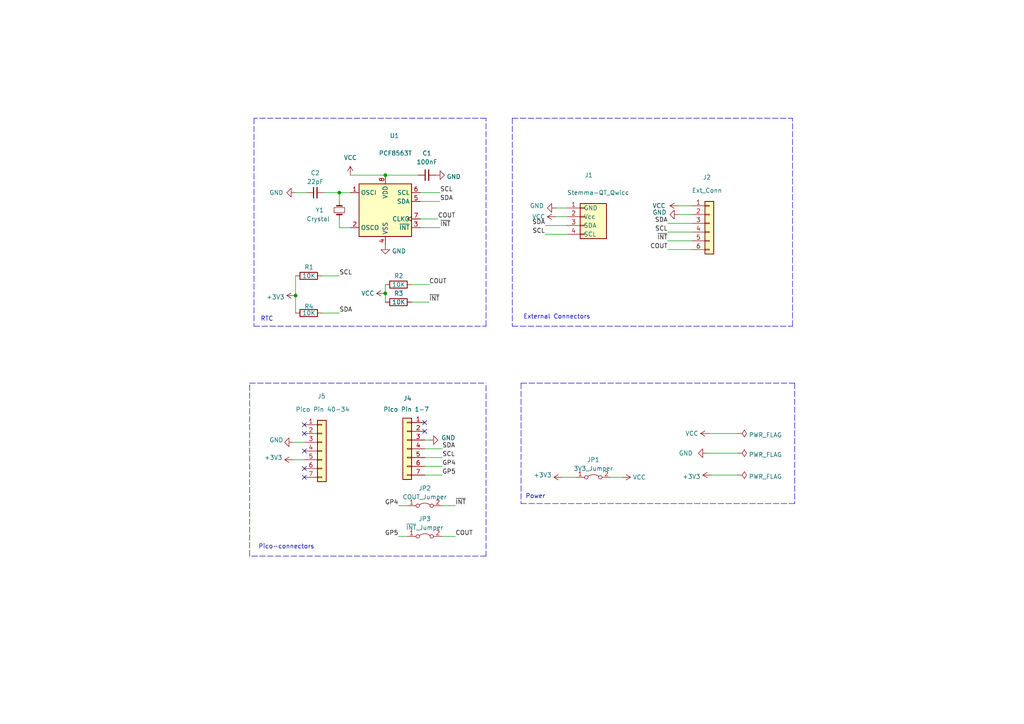
<source format=kicad_sch>
(kicad_sch (version 20211123) (generator eeschema)
  (paper "A4")
  (title_block (title "pico-pcf8563") (date "2023-03-08") (rev "4") (company "Bernhard Bablok") (comment 1 "https://github.com/bablokb/pcb-pico-pcf8563"))
  (lib_symbols
    (symbol "Connector_Generic:Conn_01x06" (pin_names (offset 1.016) hide)
      (property "Reference" "J" (at 0 7.62 0))
      (property "Value" "Conn_01x06" (at 0 -10.16 0))
      (symbol "Conn_01x06_1_1"
        (rectangle (start -1.27 -7.493) (end 0 -7.747) (stroke (width 0.1524)))
        (rectangle (start -1.27 -4.953) (end 0 -5.207) (stroke (width 0.1524)))
        (rectangle (start -1.27 -2.413) (end 0 -2.667) (stroke (width 0.1524)))
        (rectangle (start -1.27 0.127) (end 0 -0.127) (stroke (width 0.1524)))
        (rectangle (start -1.27 2.667) (end 0 2.413) (stroke (width 0.1524)))
        (rectangle (start -1.27 5.207) (end 0 4.953) (stroke (width 0.1524)))
        (rectangle (start -1.27 6.35) (end 1.27 -8.89) (stroke (width 0.254)) (fill (type background)))
        (pin passive line (at -5.08 5.08 0) (length 3.81) (name "Pin_1") (number "1"))
        (pin passive line (at -5.08 2.54 0) (length 3.81) (name "Pin_2") (number "2"))
        (pin passive line (at -5.08 0 0) (length 3.81) (name "Pin_3") (number "3"))
        (pin passive line (at -5.08 -2.54 0) (length 3.81) (name "Pin_4") (number "4"))
        (pin passive line (at -5.08 -5.08 0) (length 3.81) (name "Pin_5") (number "5"))
        (pin passive line (at -5.08 -7.62 0) (length 3.81) (name "Pin_6") (number "6"))
      )
    )
    (symbol "Connector_Generic:Conn_01x07" (pin_names (offset 1.016) hide)
      (property "Reference" "J" (at 0 10.16 0))
      (property "Value" "Conn_01x07" (at 0 -10.16 0))
      (symbol "Conn_01x07_1_1"
        (rectangle (start -1.27 -7.493) (end 0 -7.747) (stroke (width 0.1524)))
        (rectangle (start -1.27 -4.953) (end 0 -5.207) (stroke (width 0.1524)))
        (rectangle (start -1.27 -2.413) (end 0 -2.667) (stroke (width 0.1524)))
        (rectangle (start -1.27 0.127) (end 0 -0.127) (stroke (width 0.1524)))
        (rectangle (start -1.27 2.667) (end 0 2.413) (stroke (width 0.1524)))
        (rectangle (start -1.27 5.207) (end 0 4.953) (stroke (width 0.1524)))
        (rectangle (start -1.27 7.747) (end 0 7.493) (stroke (width 0.1524)))
        (rectangle (start -1.27 8.89) (end 1.27 -8.89) (stroke (width 0.254)) (fill (type background)))
        (pin passive line (at -5.08 7.62 0) (length 3.81) (name "Pin_1") (number "1"))
        (pin passive line (at -5.08 5.08 0) (length 3.81) (name "Pin_2") (number "2"))
        (pin passive line (at -5.08 2.54 0) (length 3.81) (name "Pin_3") (number "3"))
        (pin passive line (at -5.08 0 0) (length 3.81) (name "Pin_4") (number "4"))
        (pin passive line (at -5.08 -2.54 0) (length 3.81) (name "Pin_5") (number "5"))
        (pin passive line (at -5.08 -5.08 0) (length 3.81) (name "Pin_6") (number "6"))
        (pin passive line (at -5.08 -7.62 0) (length 3.81) (name "Pin_7") (number "7"))
      )
    )
    (symbol "Device:C_Small" (pin_numbers hide) (pin_names (offset 0.254) hide)
      (property "Reference" "C" (at 0.254 1.778 0))
      (property "Value" "C_Small" (at 0.254 -2.032 0))
      (symbol "C_Small_0_1"
        (polyline (pts (xy -1.524 -0.508) (xy 1.524 -0.508)) (stroke (width 0.3302)))
        (polyline (pts (xy -1.524 0.508) (xy 1.524 0.508)) (stroke (width 0.3048)))
      )
      (symbol "C_Small_1_1"
        (pin passive line (at 0 2.54 270) (length 2.032) (name "~") (number "1"))
        (pin passive line (at 0 -2.54 90) (length 2.032) (name "~") (number "2"))
      )
    )
    (symbol "Device:Crystal_Small" (pin_numbers hide) (pin_names (offset 1.016) hide)
      (property "Reference" "Y" (at 0 2.54 0))
      (property "Value" "Crystal_Small" (at 0 -2.54 0))
      (symbol "Crystal_Small_0_1"
        (rectangle (start -0.762 -1.524) (end 0.762 1.524))
        (polyline (pts (xy -1.27 -0.762) (xy -1.27 0.762)) (stroke (width 0.381)))
        (polyline (pts (xy 1.27 -0.762) (xy 1.27 0.762)) (stroke (width 0.381)))
      )
      (symbol "Crystal_Small_1_1"
        (pin passive line (at -2.54 0 0) (length 1.27) (name "1") (number "1"))
        (pin passive line (at 2.54 0 180) (length 1.27) (name "2") (number "2"))
      )
    )
    (symbol "Device:R" (pin_numbers hide) (pin_names (offset 0))
      (property "Reference" "R" (at 2.032 0 90))
      (property "Value" "R" (at 0 0 90))
      (symbol "R_0_1"
        (rectangle (start -1.016 -2.54) (end 1.016 2.54) (stroke (width 0.254)))
      )
      (symbol "R_1_1"
        (pin passive line (at 0 3.81 270) (length 1.27) (name "~") (number "1"))
        (pin passive line (at 0 -3.81 90) (length 1.27) (name "~") (number "2"))
      )
    )
    (symbol "Jumper:Jumper_2_Bridged" (pin_names (offset 0) hide)
      (property "Reference" "JP" (at 0 1.905 0))
      (property "Value" "Jumper_2_Bridged" (at 0 -2.54 0))
      (symbol "Jumper_2_Bridged_0_0"
        (circle (center -2.032 0) (radius 0.508))
        (circle (center 2.032 0) (radius 0.508))
      )
      (symbol "Jumper_2_Bridged_0_1"
        (arc (start 1.524 0.254) (mid 0 0.762) (end -1.524 0.254))
      )
      (symbol "Jumper_2_Bridged_1_1"
        (pin passive line (at -5.08 0 0) (length 2.54) (name "A") (number "1"))
        (pin passive line (at 5.08 0 180) (length 2.54) (name "B") (number "2"))
      )
    )
    (symbol "Timer_RTC:PCF8563T"
      (property "Reference" "U" (at -7.62 8.89 0))
      (property "Value" "PCF8563T" (at 2.54 8.89 0))
      (symbol "PCF8563T_0_1"
        (rectangle (start -7.62 7.62) (end 7.62 -7.62) (stroke (width 0.254)) (fill (type background)))
      )
      (symbol "PCF8563T_1_1"
        (pin input line (at -10.16 5.08 0) (length 2.54) (name "OSCI") (number "1"))
        (pin output line (at -10.16 -5.08 0) (length 2.54) (name "OSCO") (number "2"))
        (pin output line (at 10.16 -5.08 180) (length 2.54) (name "~{INT}") (number "3"))
        (pin power_in line (at 0 -10.16 90) (length 2.54) (name "VSS") (number "4"))
        (pin bidirectional line (at 10.16 2.54 180) (length 2.54) (name "SDA") (number "5"))
        (pin input line (at 10.16 5.08 180) (length 2.54) (name "SCL") (number "6"))
        (pin output clock (at 10.16 -2.54 180) (length 2.54) (name "CLKO") (number "7"))
        (pin power_in line (at 0 10.16 270) (length 2.54) (name "VDD") (number "8"))
      )
    )
    (symbol "power:+3V3" (power) (pin_names (offset 0))
      (property "Value" "+3V3" (at 0 3.556 0))
      (symbol "+3V3_0_1"
        (polyline (pts (xy -0.762 1.27) (xy 0 2.54)))
        (polyline (pts (xy 0 0) (xy 0 2.54)))
        (polyline (pts (xy 0 2.54) (xy 0.762 1.27)))
      )
      (symbol "+3V3_1_1"
        (pin power_in line (at 0 0 90) (length 0) hide (name "+3V3") (number "1"))
      )
    )
    (symbol "power:GND" (power) (pin_names (offset 0))
      (property "Value" "GND" (at 0 -3.81 0))
      (symbol "GND_0_1"
        (polyline (pts (xy 0 0) (xy 0 -1.27) (xy 1.27 -1.27) (xy 0 -2.54) (xy -1.27 -1.27) (xy 0 -1.27)))
      )
      (symbol "GND_1_1"
        (pin power_in line (at 0 0 270) (length 0) hide (name "GND") (number "1"))
      )
    )
    (symbol "power:PWR_FLAG" (power) (pin_numbers hide) (pin_names (offset 0) hide)
      (property "Value" "PWR_FLAG" (at 0 3.81 0))
      (symbol "PWR_FLAG_0_0"
        (pin power_out line (at 0 0 90) (length 0) (name "pwr") (number "1"))
      )
      (symbol "PWR_FLAG_0_1"
        (polyline (pts (xy 0 0) (xy 0 1.27) (xy -1.016 1.905) (xy 0 2.54) (xy 1.016 1.905) (xy 0 1.27)))
      )
    )
    (symbol "power:VCC" (power) (pin_names (offset 0))
      (property "Value" "VCC" (at 0 3.81 0))
      (symbol "VCC_0_1"
        (polyline (pts (xy -0.762 1.27) (xy 0 2.54)))
        (polyline (pts (xy 0 0) (xy 0 2.54)))
        (polyline (pts (xy 0 2.54) (xy 0.762 1.27)))
      )
      (symbol "VCC_1_1"
        (pin power_in line (at 0 0 90) (length 0) hide (name "VCC") (number "1"))
      )
    )
    (symbol "user:Stemma-QT_Qwicc" (pin_names (offset 1.016))
      (property "Reference" "J" (at 2.54 8.89 0))
      (property "Value" "Stemma-QT_Qwicc" (at 2.54 6.35 0))
      (symbol "Stemma-QT_Qwicc_1_1"
        (rectangle (start -1.27 -4.953) (end 0 -5.207) (stroke (width 0.1524)))
        (rectangle (start -1.27 -2.413) (end 0 -2.667) (stroke (width 0.1524)))
        (rectangle (start -1.27 0.127) (end 0 -0.127) (stroke (width 0.1524)))
        (rectangle (start -1.27 2.667) (end 0 2.413) (stroke (width 0.1524)))
        (rectangle (start -1.27 3.81) (end 6.35 -6.35) (stroke (width 0.254)) (fill (type background)))
        (pin power_in line (at -5.08 2.54 0) (length 3.81) (name "GND") (number "1"))
        (pin power_in line (at -5.08 0 0) (length 3.81) (name "Vcc") (number "2"))
        (pin bidirectional line (at -5.08 -2.54 0) (length 3.81) (name "SDA") (number "3"))
        (pin bidirectional line (at -5.08 -5.08 0) (length 3.81) (name "SCL") (number "4"))
      )
    )
  )
  (junction (at 98.425 55.88))
  (junction (at 85.725 85.725))
  (junction (at 111.76 85.09))
  (junction (at 111.76 50.8))
  (no_connect (at 88.265 135.89))
  (no_connect (at 123.19 122.555))
  (no_connect (at 123.19 125.095))
  (no_connect (at 88.265 125.73))
  (no_connect (at 88.265 130.81))
  (no_connect (at 88.265 138.43))
  (no_connect (at 88.265 123.19))
  (wire (pts (xy 127.635 55.88) (xy 121.92 55.88)))
  (wire (pts (xy 205.74 125.73) (xy 213.995 125.73)))
  (polyline (pts (xy 140.97 94.615) (xy 140.97 34.29)))
  (polyline (pts (xy 140.97 111.76) (xy 140.97 161.29)))
  (polyline (pts (xy 148.59 34.29) (xy 229.87 34.29)))
  (wire (pts (xy 101.6 55.88) (xy 98.425 55.88)))
  (wire (pts (xy 128.27 137.795) (xy 123.19 137.795)))
  (wire (pts (xy 193.675 64.77) (xy 200.66 64.77)))
  (polyline (pts (xy 140.97 34.29) (xy 73.66 34.29)))
  (wire (pts (xy 128.27 132.715) (xy 123.19 132.715)))
  (wire (pts (xy 158.115 67.945) (xy 164.465 67.945)))
  (wire (pts (xy 161.29 60.325) (xy 164.465 60.325)))
  (wire (pts (xy 161.29 62.865) (xy 164.465 62.865)))
  (wire (pts (xy 111.76 82.55) (xy 111.76 85.09)))
  (wire (pts (xy 180.34 138.43) (xy 177.165 138.43)))
  (wire (pts (xy 85.09 128.27) (xy 88.265 128.27)))
  (polyline (pts (xy 73.66 94.615) (xy 140.97 94.615)))
  (wire (pts (xy 98.425 63.5) (xy 98.425 66.04)))
  (wire (pts (xy 127.635 66.04) (xy 121.92 66.04)))
  (wire (pts (xy 158.115 65.405) (xy 164.465 65.405)))
  (wire (pts (xy 128.27 135.255) (xy 123.19 135.255)))
  (wire (pts (xy 196.85 62.23) (xy 200.66 62.23)))
  (wire (pts (xy 124.46 87.63) (xy 119.38 87.63)))
  (wire (pts (xy 111.76 50.8) (xy 121.285 50.8)))
  (polyline (pts (xy 72.39 111.125) (xy 140.97 111.125)))
  (wire (pts (xy 111.76 85.09) (xy 111.76 87.63)))
  (polyline (pts (xy 72.39 161.29) (xy 72.39 111.125)))
  (wire (pts (xy 193.675 69.85) (xy 200.66 69.85)))
  (wire (pts (xy 85.09 133.35) (xy 88.265 133.35)))
  (wire (pts (xy 115.57 155.575) (xy 118.11 155.575)))
  (wire (pts (xy 128.27 130.175) (xy 123.19 130.175)))
  (wire (pts (xy 85.725 85.725) (xy 85.725 90.805)))
  (polyline (pts (xy 151.13 111.125) (xy 230.505 111.125)))
  (wire (pts (xy 93.98 55.88) (xy 98.425 55.88)))
  (wire (pts (xy 193.675 67.31) (xy 200.66 67.31)))
  (polyline (pts (xy 151.13 111.125) (xy 151.13 146.05)))
  (polyline (pts (xy 229.87 94.615) (xy 229.87 34.29)))
  (wire (pts (xy 196.85 59.69) (xy 200.66 59.69)))
  (wire (pts (xy 98.425 55.88) (xy 98.425 58.42)))
  (wire (pts (xy 85.725 55.88) (xy 88.9 55.88)))
  (wire (pts (xy 124.46 127.635) (xy 123.19 127.635)))
  (wire (pts (xy 124.46 82.55) (xy 119.38 82.55)))
  (polyline (pts (xy 148.59 94.615) (xy 229.87 94.615)))
  (polyline (pts (xy 73.66 34.29) (xy 73.66 94.615)))
  (wire (pts (xy 213.995 137.795) (xy 206.375 137.795)))
  (wire (pts (xy 115.57 146.685) (xy 118.11 146.685)))
  (wire (pts (xy 127 63.5) (xy 121.92 63.5)))
  (wire (pts (xy 98.425 80.01) (xy 93.345 80.01)))
  (polyline (pts (xy 230.505 111.125) (xy 230.505 146.05)))
  (wire (pts (xy 85.725 80.01) (xy 85.725 85.725)))
  (wire (pts (xy 163.195 138.43) (xy 167.005 138.43)))
  (wire (pts (xy 213.995 131.445) (xy 205.105 131.445)))
  (wire (pts (xy 128.27 146.685) (xy 132.08 146.685)))
  (wire (pts (xy 101.6 50.8) (xy 111.76 50.8)))
  (wire (pts (xy 127.635 58.42) (xy 121.92 58.42)))
  (wire (pts (xy 193.675 72.39) (xy 200.66 72.39)))
  (wire (pts (xy 98.425 66.04) (xy 101.6 66.04)))
  (wire (pts (xy 98.425 90.805) (xy 93.345 90.805)))
  (wire (pts (xy 128.27 155.575) (xy 132.08 155.575)))
  (polyline (pts (xy 148.59 34.29) (xy 148.59 94.615)))
  (polyline (pts (xy 140.97 161.29) (xy 72.39 161.29)))
  (polyline (pts (xy 230.505 146.05) (xy 151.13 146.05)))
  (text "External Connectors" (at 151.765 92.71 0) (effects (font (size 1.27 1.27)) (justify left bottom)))
  (text "Power" (at 152.4 144.78 0) (effects (font (size 1.27 1.27)) (justify left bottom)))
  (text "Pico-connectors" (at 74.93 159.385 0) (effects (font (size 1.27 1.27)) (justify left bottom)))
  (text "RTC" (at 75.565 93.345 0) (effects (font (size 1.27 1.27)) (justify left bottom)))
  (label "SDA" (at 128.27 130.175 0))
  (label "COUT" (at 127 63.5 0))
  (label "GP5" (at 115.57 155.575 180))
  (label "SCL" (at 128.27 132.715 0))
  (label "SCL" (at 193.675 67.31 180))
  (label "SDA" (at 98.425 90.805 0))
  (label "COUT" (at 132.08 155.575 0))
  (label "SDA" (at 193.675 64.77 180))
  (label "SCL" (at 127.635 55.88 0))
  (label "~{INT}" (at 193.675 69.85 180))
  (label "GP5" (at 128.27 137.795 0))
  (label "COUT" (at 193.675 72.39 180))
  (label "SCL" (at 98.425 80.01 0))
  (label "~{INT}" (at 124.46 87.63 0))
  (label "~{INT}" (at 127.635 66.04 0))
  (label "COUT" (at 124.46 82.55 0))
  (label "SCL" (at 158.115 67.945 180))
  (label "GP4" (at 115.57 146.685 180))
  (label "~{INT}" (at 132.08 146.685 0))
  (label "SDA" (at 127.635 58.42 0))
  (label "GP4" (at 128.27 135.255 0))
  (label "SDA" (at 158.115 65.405 180))
  (symbol (lib_id "Device:C_Small") (at 123.825 50.8 90) (unit 1)
    (property "Reference" "C1" (at 123.825 44.45 90))
    (property "Value" "100nF" (at 123.825 46.99 90))
    (property "Footprint" "Capacitor_SMD:C_0402_1005Metric" (effects hide))
    (property "LCSC" "C1525" (effects hide))
  )
  (symbol (lib_id "Connector_Generic:Conn_01x06") (at 205.74 64.77 0) (unit 1) (in_bom no)
    (property "Reference" "J2" (at 203.835 51.435 0) (effects (justify left)))
    (property "Value" "Ext_Conn" (at 200.66 55.245 0) (effects (justify left)))
    (property "Footprint" "Connector_PinHeader_2.54mm:PinHeader_1x06_P2.54mm_Vertical" (effects hide))
    (property "Reference" "J2" (effects hide))
    (property "Value" "Ext_Conn" (effects hide))
  )
  (symbol (lib_id "Device:R") (at 115.57 87.63 270) (unit 1)
    (property "Reference" "R3" (at 114.3 85.09 90) (effects (justify left)))
    (property "Value" "10K" (at 113.665 87.63 90) (effects (justify left)))
    (property "Footprint" "Resistor_SMD:R_0402_1005Metric" (effects hide))
    (property "LCSC" "C25744" (effects hide))
  )
  (symbol (lib_id "power:+3V3") (at 85.725 85.725 90) (unit 1)
    (property "Reference" "#PWR09" (effects hide))
    (property "Value" "+3V3" (at 82.55 86.1588 90) (effects (justify left)))
  )
  (symbol (lib_id "power:VCC") (at 196.85 59.69 90) (unit 1)
    (property "Reference" "#PWR04" (effects hide))
    (property "Value" "VCC" (at 191.135 59.69 90))
  )
  (symbol (lib_id "power:VCC") (at 101.6 50.8 0) (unit 1)
    (property "Reference" "#PWR01" (effects hide))
    (property "Value" "VCC" (at 101.6 45.72 0))
  )
  (symbol (lib_id "power:PWR_FLAG") (at 213.995 131.445 270) (unit 1)
    (property "Reference" "#FLG02" (effects hide))
    (property "Value" "PWR_FLAG" (at 217.17 131.8788 90) (effects (justify left)))
  )
  (symbol (lib_id "Jumper:Jumper_2_Bridged") (at 123.19 155.575 0) (unit 1) (in_bom no)
    (property "Reference" "JP3" (at 123.19 150.495 0))
    (property "Value" "~{INT}_Jumper" (at 123.19 153.035 0))
    (property "Footprint" "Jumper:SolderJumper-2_P1.3mm_Bridged_Pad1.0x1.5mm" (effects hide))
  )
  (symbol (lib_id "power:+3V3") (at 163.195 138.43 90) (unit 1)
    (property "Reference" "#PWR018" (effects hide))
    (property "Value" "+3V3" (at 160.02 137.795 90) (effects (justify left)))
  )
  (symbol (lib_id "Connector_Generic:Conn_01x07") (at 93.345 130.81 0) (unit 1) (in_bom no)
    (property "Reference" "J5" (at 92.075 114.935 0) (effects (justify left)))
    (property "Value" "Pico Pin 40-34" (at 85.725 118.745 0) (effects (justify left)))
    (property "Footprint" "user:Connector_1x7_no_solder" (effects hide))
  )
  (symbol (lib_id "power:VCC") (at 205.74 125.73 90) (unit 1)
    (property "Reference" "#PWR010" (effects hide))
    (property "Value" "VCC" (at 200.66 125.73 90))
  )
  (symbol (lib_id "power:GND") (at 85.725 55.88 270) (unit 1)
    (property "Reference" "#PWR03" (effects hide))
    (property "Value" "GND" (at 78.105 55.88 90) (effects (justify left)))
  )
  (symbol (lib_id "power:GND") (at 124.46 127.635 90) (mirror x) (unit 1)
    (property "Reference" "#PWR014" (effects hide))
    (property "Value" "GND" (at 132.08 127 90) (effects (justify left)))
  )
  (symbol (lib_id "Device:Crystal_Small") (at 98.425 60.96 90) (unit 1)
    (property "Reference" "Y1" (at 91.44 60.96 90) (effects (justify right)))
    (property "Value" "Crystal" (at 88.9 63.5 90) (effects (justify right)))
    (property "Footprint" "Crystal:Crystal_SMD_3215-2Pin_3.2x1.5mm" (effects hide))
    (property "LCSC" "C32346" (effects hide))
  )
  (symbol (lib_id "power:+3V3") (at 206.375 137.795 90) (unit 1)
    (property "Reference" "#PWR016" (effects hide))
    (property "Value" "+3V3" (at 203.2 138.2288 90) (effects (justify left)))
  )
  (symbol (lib_id "Device:R") (at 89.535 90.805 270) (unit 1)
    (property "Reference" "R4" (at 88.265 88.9 90) (effects (justify left)))
    (property "Value" "10K" (at 87.63 90.805 90) (effects (justify left)))
    (property "Footprint" "Resistor_SMD:R_0402_1005Metric" (effects hide))
    (property "LCSC" "C25744" (effects hide))
  )
  (symbol (lib_id "power:VCC") (at 111.76 85.09 90) (unit 1)
    (property "Reference" "#PWR0101" (effects hide))
    (property "Value" "VCC" (at 106.68 85.09 90))
  )
  (symbol (lib_id "power:GND") (at 205.105 131.445 270) (unit 1)
    (property "Reference" "#PWR013" (effects hide))
    (property "Value" "GND" (at 196.85 131.445 90) (effects (justify left)))
  )
  (symbol (lib_id "power:+3V3") (at 85.09 133.35 90) (unit 1)
    (property "Reference" "#PWR017" (effects hide))
    (property "Value" "+3V3" (at 81.915 132.715 90) (effects (justify left)))
  )
  (symbol (lib_id "Connector_Generic:Conn_01x07") (at 118.11 130.175 0) (mirror y) (unit 1) (in_bom no)
    (property "Reference" "J4" (at 119.38 115.57 0) (effects (justify left)))
    (property "Value" "Pico Pin 1-7" (at 124.46 118.745 0) (effects (justify left)))
    (property "Footprint" "user:Connector_1x7_no_solder" (effects hide))
  )
  (symbol (lib_id "power:GND") (at 85.09 128.27 270) (unit 1)
    (property "Reference" "#PWR015" (effects hide))
    (property "Value" "GND" (at 78.105 127.635 90) (effects (justify left)))
  )
  (symbol (lib_id "Device:C_Small") (at 91.44 55.88 90) (unit 1)
    (property "Reference" "C2" (at 91.44 50.165 90))
    (property "Value" "22pF" (at 91.44 52.705 90))
    (property "Footprint" "Capacitor_SMD:C_0402_1005Metric" (effects hide))
    (property "LCSC" "C1555" (effects hide))
  )
  (symbol (lib_id "power:GND") (at 126.365 50.8 90) (unit 1)
    (property "Reference" "#PWR02" (effects hide))
    (property "Value" "GND" (at 129.54 51.2338 90) (effects (justify right)))
  )
  (symbol (lib_id "power:GND") (at 196.85 62.23 270) (unit 1)
    (property "Reference" "#PWR06" (effects hide))
    (property "Value" "GND" (at 189.23 61.595 90) (effects (justify left)))
  )
  (symbol (lib_id "power:VCC") (at 180.34 138.43 270) (unit 1)
    (property "Reference" "#PWR019" (effects hide))
    (property "Value" "VCC" (at 185.42 138.43 90))
  )
  (symbol (lib_id "power:VCC") (at 161.29 62.865 90) (unit 1)
    (property "Reference" "#PWR07" (effects hide))
    (property "Value" "VCC" (at 156.21 62.865 90))
  )
  (symbol (lib_id "power:GND") (at 111.76 71.12 0) (unit 1)
    (property "Reference" "#PWR08" (effects hide))
    (property "Value" "GND" (at 113.665 72.8238 0) (effects (justify left)))
  )
  (symbol (lib_id "Device:R") (at 115.57 82.55 270) (unit 1)
    (property "Reference" "R2" (at 114.3 80.01 90) (effects (justify left)))
    (property "Value" "10K" (at 113.665 82.55 90) (effects (justify left)))
    (property "Footprint" "Resistor_SMD:R_0402_1005Metric" (effects hide))
    (property "LCSC" "C25744" (effects hide))
  )
  (symbol (lib_id "Device:R") (at 89.535 80.01 270) (unit 1)
    (property "Reference" "R1" (at 88.265 77.47 90) (effects (justify left)))
    (property "Value" "10K" (at 87.63 80.01 90) (effects (justify left)))
    (property "Footprint" "Resistor_SMD:R_0402_1005Metric" (effects hide))
    (property "LCSC" "C25744" (effects hide))
  )
  (symbol (lib_id "Jumper:Jumper_2_Bridged") (at 172.085 138.43 0) (unit 1) (in_bom no)
    (property "Reference" "JP1" (at 172.085 133.35 0))
    (property "Value" "3V3_Jumper" (at 172.085 135.89 0))
    (property "Footprint" "Jumper:SolderJumper-2_P1.3mm_Bridged_Pad1.0x1.5mm" (effects hide))
  )
  (symbol (lib_id "user:Stemma-QT_Qwicc") (at 169.545 62.865 0) (unit 1) (in_bom no)
    (property "Reference" "J1" (at 169.545 50.8 0) (effects (justify left)))
    (property "Value" "Stemma-QT_Qwicc" (at 164.465 55.88 0) (effects (justify left)))
    (property "Footprint" "Connector_JST:JST_SH_SM04B-SRSS-TB_1x04-1MP_P1.00mm_Horizontal" (effects hide))
    (property "Reference" "J1" (effects hide))
    (property "Value" "Stemma-QT_Qwicc" (effects hide))
  )
  (symbol (lib_id "Jumper:Jumper_2_Bridged") (at 123.19 146.685 0) (unit 1) (in_bom no)
    (property "Reference" "JP2" (at 123.19 141.605 0))
    (property "Value" "COUT_Jumper" (at 123.19 144.145 0))
    (property "Footprint" "Jumper:SolderJumper-2_P1.3mm_Bridged_Pad1.0x1.5mm" (effects hide))
  )
  (symbol (lib_id "power:PWR_FLAG") (at 213.995 137.795 270) (unit 1)
    (property "Reference" "#FLG03" (effects hide))
    (property "Value" "PWR_FLAG" (at 217.17 138.2288 90) (effects (justify left)))
  )
  (symbol (lib_id "power:GND") (at 161.29 60.325 270) (unit 1)
    (property "Reference" "#PWR05" (effects hide))
    (property "Value" "GND" (at 153.67 59.69 90) (effects (justify left)))
  )
  (symbol (lib_id "power:PWR_FLAG") (at 213.995 125.73 270) (unit 1)
    (property "Reference" "#FLG01" (effects hide))
    (property "Value" "PWR_FLAG" (at 217.17 126.1638 90) (effects (justify left)))
  )
  (symbol (lib_id "Timer_RTC:PCF8563T") (at 111.76 60.96 0) (unit 1)
    (property "Reference" "U1" (at 113.03 39.37 0) (effects (justify left)))
    (property "Value" "PCF8563T" (at 109.855 44.45 0) (effects (justify left)))
    (property "Footprint" "Package_SO:SOIC-8_3.9x4.9mm_P1.27mm" (effects hide))
    (property "Datasheet" "https://www.nxp.com/docs/en/data-sheet/PCF8563.pdf" (effects hide))
    (property "LCSC" "C7440" (effects hide))
  )
)
</source>
